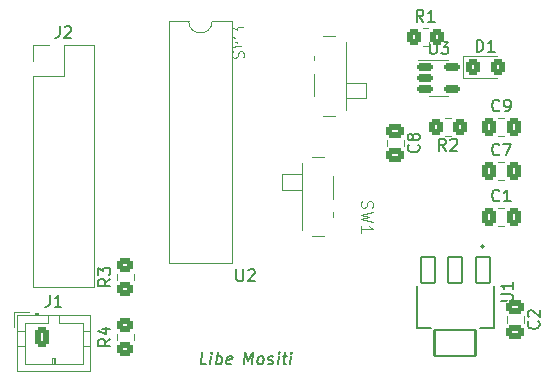
<source format=gbr>
%TF.GenerationSoftware,KiCad,Pcbnew,(7.0.0)*%
%TF.CreationDate,2024-04-03T23:31:09+02:00*%
%TF.ProjectId,p0wer EE3088,70307765-7220-4454-9533-3038382e6b69,rev?*%
%TF.SameCoordinates,Original*%
%TF.FileFunction,Legend,Top*%
%TF.FilePolarity,Positive*%
%FSLAX46Y46*%
G04 Gerber Fmt 4.6, Leading zero omitted, Abs format (unit mm)*
G04 Created by KiCad (PCBNEW (7.0.0)) date 2024-04-03 23:31:09*
%MOMM*%
%LPD*%
G01*
G04 APERTURE LIST*
G04 Aperture macros list*
%AMRoundRect*
0 Rectangle with rounded corners*
0 $1 Rounding radius*
0 $2 $3 $4 $5 $6 $7 $8 $9 X,Y pos of 4 corners*
0 Add a 4 corners polygon primitive as box body*
4,1,4,$2,$3,$4,$5,$6,$7,$8,$9,$2,$3,0*
0 Add four circle primitives for the rounded corners*
1,1,$1+$1,$2,$3*
1,1,$1+$1,$4,$5*
1,1,$1+$1,$6,$7*
1,1,$1+$1,$8,$9*
0 Add four rect primitives between the rounded corners*
20,1,$1+$1,$2,$3,$4,$5,0*
20,1,$1+$1,$4,$5,$6,$7,0*
20,1,$1+$1,$6,$7,$8,$9,0*
20,1,$1+$1,$8,$9,$2,$3,0*%
G04 Aperture macros list end*
%ADD10C,0.200000*%
%ADD11C,0.150000*%
%ADD12C,0.100000*%
%ADD13C,0.120000*%
%ADD14RoundRect,0.250000X-0.325000X-0.450000X0.325000X-0.450000X0.325000X0.450000X-0.325000X0.450000X0*%
%ADD15RoundRect,0.250000X0.450000X-0.350000X0.450000X0.350000X-0.450000X0.350000X-0.450000X-0.350000X0*%
%ADD16RoundRect,0.250000X0.350000X0.450000X-0.350000X0.450000X-0.350000X-0.450000X0.350000X-0.450000X0*%
%ADD17RoundRect,0.250000X-0.350000X-0.450000X0.350000X-0.450000X0.350000X0.450000X-0.350000X0.450000X0*%
%ADD18RoundRect,0.250000X-0.337500X-0.475000X0.337500X-0.475000X0.337500X0.475000X-0.337500X0.475000X0*%
%ADD19RoundRect,0.250000X-0.475000X0.337500X-0.475000X-0.337500X0.475000X-0.337500X0.475000X0.337500X0*%
%ADD20RoundRect,0.150000X-0.512500X-0.150000X0.512500X-0.150000X0.512500X0.150000X-0.512500X0.150000X0*%
%ADD21O,1.600000X1.600000*%
%ADD22R,1.600000X1.600000*%
%ADD23RoundRect,0.102000X-1.750000X1.100000X-1.750000X-1.100000X1.750000X-1.100000X1.750000X1.100000X0*%
%ADD24RoundRect,0.102000X-0.600000X1.100000X-0.600000X-1.100000X0.600000X-1.100000X0.600000X1.100000X0*%
%ADD25R,0.850000X0.750000*%
%ADD26R,1.400000X0.900000*%
%ADD27R,1.700000X1.700000*%
%ADD28O,1.700000X1.700000*%
%ADD29RoundRect,0.250000X-0.350000X-0.625000X0.350000X-0.625000X0.350000X0.625000X-0.350000X0.625000X0*%
%ADD30O,1.200000X1.750000*%
G04 APERTURE END LIST*
D10*
X126245953Y-63282380D02*
X125769762Y-63282380D01*
X125769762Y-63282380D02*
X125894762Y-62282380D01*
X126579286Y-63282380D02*
X126662619Y-62615714D01*
X126704286Y-62282380D02*
X126650715Y-62330000D01*
X126650715Y-62330000D02*
X126692381Y-62377619D01*
X126692381Y-62377619D02*
X126745953Y-62330000D01*
X126745953Y-62330000D02*
X126704286Y-62282380D01*
X126704286Y-62282380D02*
X126692381Y-62377619D01*
X127055476Y-63282380D02*
X127180476Y-62282380D01*
X127132857Y-62663333D02*
X127234048Y-62615714D01*
X127234048Y-62615714D02*
X127424524Y-62615714D01*
X127424524Y-62615714D02*
X127513809Y-62663333D01*
X127513809Y-62663333D02*
X127555476Y-62710952D01*
X127555476Y-62710952D02*
X127591190Y-62806190D01*
X127591190Y-62806190D02*
X127555476Y-63091904D01*
X127555476Y-63091904D02*
X127495952Y-63187142D01*
X127495952Y-63187142D02*
X127442381Y-63234761D01*
X127442381Y-63234761D02*
X127341190Y-63282380D01*
X127341190Y-63282380D02*
X127150714Y-63282380D01*
X127150714Y-63282380D02*
X127061429Y-63234761D01*
X128347143Y-63234761D02*
X128245952Y-63282380D01*
X128245952Y-63282380D02*
X128055476Y-63282380D01*
X128055476Y-63282380D02*
X127966191Y-63234761D01*
X127966191Y-63234761D02*
X127930476Y-63139523D01*
X127930476Y-63139523D02*
X127978095Y-62758571D01*
X127978095Y-62758571D02*
X128037619Y-62663333D01*
X128037619Y-62663333D02*
X128138810Y-62615714D01*
X128138810Y-62615714D02*
X128329286Y-62615714D01*
X128329286Y-62615714D02*
X128418571Y-62663333D01*
X128418571Y-62663333D02*
X128454286Y-62758571D01*
X128454286Y-62758571D02*
X128442381Y-62853809D01*
X128442381Y-62853809D02*
X127954286Y-62949047D01*
X129417381Y-63282380D02*
X129542381Y-62282380D01*
X129542381Y-62282380D02*
X129786429Y-62996666D01*
X129786429Y-62996666D02*
X130209048Y-62282380D01*
X130209048Y-62282380D02*
X130084048Y-63282380D01*
X130703095Y-63282380D02*
X130613810Y-63234761D01*
X130613810Y-63234761D02*
X130572143Y-63187142D01*
X130572143Y-63187142D02*
X130536429Y-63091904D01*
X130536429Y-63091904D02*
X130572143Y-62806190D01*
X130572143Y-62806190D02*
X130631667Y-62710952D01*
X130631667Y-62710952D02*
X130685238Y-62663333D01*
X130685238Y-62663333D02*
X130786429Y-62615714D01*
X130786429Y-62615714D02*
X130929286Y-62615714D01*
X130929286Y-62615714D02*
X131018571Y-62663333D01*
X131018571Y-62663333D02*
X131060238Y-62710952D01*
X131060238Y-62710952D02*
X131095952Y-62806190D01*
X131095952Y-62806190D02*
X131060238Y-63091904D01*
X131060238Y-63091904D02*
X131000714Y-63187142D01*
X131000714Y-63187142D02*
X130947143Y-63234761D01*
X130947143Y-63234761D02*
X130845952Y-63282380D01*
X130845952Y-63282380D02*
X130703095Y-63282380D01*
X131423333Y-63234761D02*
X131512619Y-63282380D01*
X131512619Y-63282380D02*
X131703095Y-63282380D01*
X131703095Y-63282380D02*
X131804286Y-63234761D01*
X131804286Y-63234761D02*
X131863810Y-63139523D01*
X131863810Y-63139523D02*
X131869762Y-63091904D01*
X131869762Y-63091904D02*
X131834048Y-62996666D01*
X131834048Y-62996666D02*
X131744762Y-62949047D01*
X131744762Y-62949047D02*
X131601905Y-62949047D01*
X131601905Y-62949047D02*
X131512619Y-62901428D01*
X131512619Y-62901428D02*
X131476905Y-62806190D01*
X131476905Y-62806190D02*
X131482857Y-62758571D01*
X131482857Y-62758571D02*
X131542381Y-62663333D01*
X131542381Y-62663333D02*
X131643572Y-62615714D01*
X131643572Y-62615714D02*
X131786429Y-62615714D01*
X131786429Y-62615714D02*
X131875714Y-62663333D01*
X132274524Y-63282380D02*
X132357857Y-62615714D01*
X132399524Y-62282380D02*
X132345953Y-62330000D01*
X132345953Y-62330000D02*
X132387619Y-62377619D01*
X132387619Y-62377619D02*
X132441191Y-62330000D01*
X132441191Y-62330000D02*
X132399524Y-62282380D01*
X132399524Y-62282380D02*
X132387619Y-62377619D01*
X132691190Y-62615714D02*
X133072143Y-62615714D01*
X132875714Y-62282380D02*
X132768571Y-63139523D01*
X132768571Y-63139523D02*
X132804286Y-63234761D01*
X132804286Y-63234761D02*
X132893571Y-63282380D01*
X132893571Y-63282380D02*
X132988809Y-63282380D01*
X133322143Y-63282380D02*
X133405476Y-62615714D01*
X133447143Y-62282380D02*
X133393572Y-62330000D01*
X133393572Y-62330000D02*
X133435238Y-62377619D01*
X133435238Y-62377619D02*
X133488810Y-62330000D01*
X133488810Y-62330000D02*
X133447143Y-62282380D01*
X133447143Y-62282380D02*
X133435238Y-62377619D01*
D11*
%TO.C,D1*%
X149121905Y-36817380D02*
X149121905Y-35817380D01*
X149121905Y-35817380D02*
X149360000Y-35817380D01*
X149360000Y-35817380D02*
X149502857Y-35865000D01*
X149502857Y-35865000D02*
X149598095Y-35960238D01*
X149598095Y-35960238D02*
X149645714Y-36055476D01*
X149645714Y-36055476D02*
X149693333Y-36245952D01*
X149693333Y-36245952D02*
X149693333Y-36388809D01*
X149693333Y-36388809D02*
X149645714Y-36579285D01*
X149645714Y-36579285D02*
X149598095Y-36674523D01*
X149598095Y-36674523D02*
X149502857Y-36769761D01*
X149502857Y-36769761D02*
X149360000Y-36817380D01*
X149360000Y-36817380D02*
X149121905Y-36817380D01*
X150645714Y-36817380D02*
X150074286Y-36817380D01*
X150360000Y-36817380D02*
X150360000Y-35817380D01*
X150360000Y-35817380D02*
X150264762Y-35960238D01*
X150264762Y-35960238D02*
X150169524Y-36055476D01*
X150169524Y-36055476D02*
X150074286Y-36103095D01*
%TO.C,R4*%
X118097380Y-61126666D02*
X117621190Y-61459999D01*
X118097380Y-61698094D02*
X117097380Y-61698094D01*
X117097380Y-61698094D02*
X117097380Y-61317142D01*
X117097380Y-61317142D02*
X117145000Y-61221904D01*
X117145000Y-61221904D02*
X117192619Y-61174285D01*
X117192619Y-61174285D02*
X117287857Y-61126666D01*
X117287857Y-61126666D02*
X117430714Y-61126666D01*
X117430714Y-61126666D02*
X117525952Y-61174285D01*
X117525952Y-61174285D02*
X117573571Y-61221904D01*
X117573571Y-61221904D02*
X117621190Y-61317142D01*
X117621190Y-61317142D02*
X117621190Y-61698094D01*
X117430714Y-60269523D02*
X118097380Y-60269523D01*
X117049761Y-60507618D02*
X117764047Y-60745713D01*
X117764047Y-60745713D02*
X117764047Y-60126666D01*
%TO.C,R3*%
X118097380Y-56046666D02*
X117621190Y-56379999D01*
X118097380Y-56618094D02*
X117097380Y-56618094D01*
X117097380Y-56618094D02*
X117097380Y-56237142D01*
X117097380Y-56237142D02*
X117145000Y-56141904D01*
X117145000Y-56141904D02*
X117192619Y-56094285D01*
X117192619Y-56094285D02*
X117287857Y-56046666D01*
X117287857Y-56046666D02*
X117430714Y-56046666D01*
X117430714Y-56046666D02*
X117525952Y-56094285D01*
X117525952Y-56094285D02*
X117573571Y-56141904D01*
X117573571Y-56141904D02*
X117621190Y-56237142D01*
X117621190Y-56237142D02*
X117621190Y-56618094D01*
X117097380Y-55713332D02*
X117097380Y-55094285D01*
X117097380Y-55094285D02*
X117478333Y-55427618D01*
X117478333Y-55427618D02*
X117478333Y-55284761D01*
X117478333Y-55284761D02*
X117525952Y-55189523D01*
X117525952Y-55189523D02*
X117573571Y-55141904D01*
X117573571Y-55141904D02*
X117668809Y-55094285D01*
X117668809Y-55094285D02*
X117906904Y-55094285D01*
X117906904Y-55094285D02*
X118002142Y-55141904D01*
X118002142Y-55141904D02*
X118049761Y-55189523D01*
X118049761Y-55189523D02*
X118097380Y-55284761D01*
X118097380Y-55284761D02*
X118097380Y-55570475D01*
X118097380Y-55570475D02*
X118049761Y-55665713D01*
X118049761Y-55665713D02*
X118002142Y-55713332D01*
%TO.C,R2*%
X146513333Y-45197380D02*
X146180000Y-44721190D01*
X145941905Y-45197380D02*
X145941905Y-44197380D01*
X145941905Y-44197380D02*
X146322857Y-44197380D01*
X146322857Y-44197380D02*
X146418095Y-44245000D01*
X146418095Y-44245000D02*
X146465714Y-44292619D01*
X146465714Y-44292619D02*
X146513333Y-44387857D01*
X146513333Y-44387857D02*
X146513333Y-44530714D01*
X146513333Y-44530714D02*
X146465714Y-44625952D01*
X146465714Y-44625952D02*
X146418095Y-44673571D01*
X146418095Y-44673571D02*
X146322857Y-44721190D01*
X146322857Y-44721190D02*
X145941905Y-44721190D01*
X146894286Y-44292619D02*
X146941905Y-44245000D01*
X146941905Y-44245000D02*
X147037143Y-44197380D01*
X147037143Y-44197380D02*
X147275238Y-44197380D01*
X147275238Y-44197380D02*
X147370476Y-44245000D01*
X147370476Y-44245000D02*
X147418095Y-44292619D01*
X147418095Y-44292619D02*
X147465714Y-44387857D01*
X147465714Y-44387857D02*
X147465714Y-44483095D01*
X147465714Y-44483095D02*
X147418095Y-44625952D01*
X147418095Y-44625952D02*
X146846667Y-45197380D01*
X146846667Y-45197380D02*
X147465714Y-45197380D01*
%TO.C,R1*%
X144613333Y-34277380D02*
X144280000Y-33801190D01*
X144041905Y-34277380D02*
X144041905Y-33277380D01*
X144041905Y-33277380D02*
X144422857Y-33277380D01*
X144422857Y-33277380D02*
X144518095Y-33325000D01*
X144518095Y-33325000D02*
X144565714Y-33372619D01*
X144565714Y-33372619D02*
X144613333Y-33467857D01*
X144613333Y-33467857D02*
X144613333Y-33610714D01*
X144613333Y-33610714D02*
X144565714Y-33705952D01*
X144565714Y-33705952D02*
X144518095Y-33753571D01*
X144518095Y-33753571D02*
X144422857Y-33801190D01*
X144422857Y-33801190D02*
X144041905Y-33801190D01*
X145565714Y-34277380D02*
X144994286Y-34277380D01*
X145280000Y-34277380D02*
X145280000Y-33277380D01*
X145280000Y-33277380D02*
X145184762Y-33420238D01*
X145184762Y-33420238D02*
X145089524Y-33515476D01*
X145089524Y-33515476D02*
X144994286Y-33563095D01*
%TO.C,C9*%
X151043333Y-41772142D02*
X150995714Y-41819761D01*
X150995714Y-41819761D02*
X150852857Y-41867380D01*
X150852857Y-41867380D02*
X150757619Y-41867380D01*
X150757619Y-41867380D02*
X150614762Y-41819761D01*
X150614762Y-41819761D02*
X150519524Y-41724523D01*
X150519524Y-41724523D02*
X150471905Y-41629285D01*
X150471905Y-41629285D02*
X150424286Y-41438809D01*
X150424286Y-41438809D02*
X150424286Y-41295952D01*
X150424286Y-41295952D02*
X150471905Y-41105476D01*
X150471905Y-41105476D02*
X150519524Y-41010238D01*
X150519524Y-41010238D02*
X150614762Y-40915000D01*
X150614762Y-40915000D02*
X150757619Y-40867380D01*
X150757619Y-40867380D02*
X150852857Y-40867380D01*
X150852857Y-40867380D02*
X150995714Y-40915000D01*
X150995714Y-40915000D02*
X151043333Y-40962619D01*
X151519524Y-41867380D02*
X151710000Y-41867380D01*
X151710000Y-41867380D02*
X151805238Y-41819761D01*
X151805238Y-41819761D02*
X151852857Y-41772142D01*
X151852857Y-41772142D02*
X151948095Y-41629285D01*
X151948095Y-41629285D02*
X151995714Y-41438809D01*
X151995714Y-41438809D02*
X151995714Y-41057857D01*
X151995714Y-41057857D02*
X151948095Y-40962619D01*
X151948095Y-40962619D02*
X151900476Y-40915000D01*
X151900476Y-40915000D02*
X151805238Y-40867380D01*
X151805238Y-40867380D02*
X151614762Y-40867380D01*
X151614762Y-40867380D02*
X151519524Y-40915000D01*
X151519524Y-40915000D02*
X151471905Y-40962619D01*
X151471905Y-40962619D02*
X151424286Y-41057857D01*
X151424286Y-41057857D02*
X151424286Y-41295952D01*
X151424286Y-41295952D02*
X151471905Y-41391190D01*
X151471905Y-41391190D02*
X151519524Y-41438809D01*
X151519524Y-41438809D02*
X151614762Y-41486428D01*
X151614762Y-41486428D02*
X151805238Y-41486428D01*
X151805238Y-41486428D02*
X151900476Y-41438809D01*
X151900476Y-41438809D02*
X151948095Y-41391190D01*
X151948095Y-41391190D02*
X151995714Y-41295952D01*
%TO.C,C8*%
X144192142Y-44696666D02*
X144239761Y-44744285D01*
X144239761Y-44744285D02*
X144287380Y-44887142D01*
X144287380Y-44887142D02*
X144287380Y-44982380D01*
X144287380Y-44982380D02*
X144239761Y-45125237D01*
X144239761Y-45125237D02*
X144144523Y-45220475D01*
X144144523Y-45220475D02*
X144049285Y-45268094D01*
X144049285Y-45268094D02*
X143858809Y-45315713D01*
X143858809Y-45315713D02*
X143715952Y-45315713D01*
X143715952Y-45315713D02*
X143525476Y-45268094D01*
X143525476Y-45268094D02*
X143430238Y-45220475D01*
X143430238Y-45220475D02*
X143335000Y-45125237D01*
X143335000Y-45125237D02*
X143287380Y-44982380D01*
X143287380Y-44982380D02*
X143287380Y-44887142D01*
X143287380Y-44887142D02*
X143335000Y-44744285D01*
X143335000Y-44744285D02*
X143382619Y-44696666D01*
X143715952Y-44125237D02*
X143668333Y-44220475D01*
X143668333Y-44220475D02*
X143620714Y-44268094D01*
X143620714Y-44268094D02*
X143525476Y-44315713D01*
X143525476Y-44315713D02*
X143477857Y-44315713D01*
X143477857Y-44315713D02*
X143382619Y-44268094D01*
X143382619Y-44268094D02*
X143335000Y-44220475D01*
X143335000Y-44220475D02*
X143287380Y-44125237D01*
X143287380Y-44125237D02*
X143287380Y-43934761D01*
X143287380Y-43934761D02*
X143335000Y-43839523D01*
X143335000Y-43839523D02*
X143382619Y-43791904D01*
X143382619Y-43791904D02*
X143477857Y-43744285D01*
X143477857Y-43744285D02*
X143525476Y-43744285D01*
X143525476Y-43744285D02*
X143620714Y-43791904D01*
X143620714Y-43791904D02*
X143668333Y-43839523D01*
X143668333Y-43839523D02*
X143715952Y-43934761D01*
X143715952Y-43934761D02*
X143715952Y-44125237D01*
X143715952Y-44125237D02*
X143763571Y-44220475D01*
X143763571Y-44220475D02*
X143811190Y-44268094D01*
X143811190Y-44268094D02*
X143906428Y-44315713D01*
X143906428Y-44315713D02*
X144096904Y-44315713D01*
X144096904Y-44315713D02*
X144192142Y-44268094D01*
X144192142Y-44268094D02*
X144239761Y-44220475D01*
X144239761Y-44220475D02*
X144287380Y-44125237D01*
X144287380Y-44125237D02*
X144287380Y-43934761D01*
X144287380Y-43934761D02*
X144239761Y-43839523D01*
X144239761Y-43839523D02*
X144192142Y-43791904D01*
X144192142Y-43791904D02*
X144096904Y-43744285D01*
X144096904Y-43744285D02*
X143906428Y-43744285D01*
X143906428Y-43744285D02*
X143811190Y-43791904D01*
X143811190Y-43791904D02*
X143763571Y-43839523D01*
X143763571Y-43839523D02*
X143715952Y-43934761D01*
%TO.C,C7*%
X151043333Y-45502142D02*
X150995714Y-45549761D01*
X150995714Y-45549761D02*
X150852857Y-45597380D01*
X150852857Y-45597380D02*
X150757619Y-45597380D01*
X150757619Y-45597380D02*
X150614762Y-45549761D01*
X150614762Y-45549761D02*
X150519524Y-45454523D01*
X150519524Y-45454523D02*
X150471905Y-45359285D01*
X150471905Y-45359285D02*
X150424286Y-45168809D01*
X150424286Y-45168809D02*
X150424286Y-45025952D01*
X150424286Y-45025952D02*
X150471905Y-44835476D01*
X150471905Y-44835476D02*
X150519524Y-44740238D01*
X150519524Y-44740238D02*
X150614762Y-44645000D01*
X150614762Y-44645000D02*
X150757619Y-44597380D01*
X150757619Y-44597380D02*
X150852857Y-44597380D01*
X150852857Y-44597380D02*
X150995714Y-44645000D01*
X150995714Y-44645000D02*
X151043333Y-44692619D01*
X151376667Y-44597380D02*
X152043333Y-44597380D01*
X152043333Y-44597380D02*
X151614762Y-45597380D01*
%TO.C,C2*%
X154352142Y-59651666D02*
X154399761Y-59699285D01*
X154399761Y-59699285D02*
X154447380Y-59842142D01*
X154447380Y-59842142D02*
X154447380Y-59937380D01*
X154447380Y-59937380D02*
X154399761Y-60080237D01*
X154399761Y-60080237D02*
X154304523Y-60175475D01*
X154304523Y-60175475D02*
X154209285Y-60223094D01*
X154209285Y-60223094D02*
X154018809Y-60270713D01*
X154018809Y-60270713D02*
X153875952Y-60270713D01*
X153875952Y-60270713D02*
X153685476Y-60223094D01*
X153685476Y-60223094D02*
X153590238Y-60175475D01*
X153590238Y-60175475D02*
X153495000Y-60080237D01*
X153495000Y-60080237D02*
X153447380Y-59937380D01*
X153447380Y-59937380D02*
X153447380Y-59842142D01*
X153447380Y-59842142D02*
X153495000Y-59699285D01*
X153495000Y-59699285D02*
X153542619Y-59651666D01*
X153542619Y-59270713D02*
X153495000Y-59223094D01*
X153495000Y-59223094D02*
X153447380Y-59127856D01*
X153447380Y-59127856D02*
X153447380Y-58889761D01*
X153447380Y-58889761D02*
X153495000Y-58794523D01*
X153495000Y-58794523D02*
X153542619Y-58746904D01*
X153542619Y-58746904D02*
X153637857Y-58699285D01*
X153637857Y-58699285D02*
X153733095Y-58699285D01*
X153733095Y-58699285D02*
X153875952Y-58746904D01*
X153875952Y-58746904D02*
X154447380Y-59318332D01*
X154447380Y-59318332D02*
X154447380Y-58699285D01*
%TO.C,C1*%
X151043333Y-49392142D02*
X150995714Y-49439761D01*
X150995714Y-49439761D02*
X150852857Y-49487380D01*
X150852857Y-49487380D02*
X150757619Y-49487380D01*
X150757619Y-49487380D02*
X150614762Y-49439761D01*
X150614762Y-49439761D02*
X150519524Y-49344523D01*
X150519524Y-49344523D02*
X150471905Y-49249285D01*
X150471905Y-49249285D02*
X150424286Y-49058809D01*
X150424286Y-49058809D02*
X150424286Y-48915952D01*
X150424286Y-48915952D02*
X150471905Y-48725476D01*
X150471905Y-48725476D02*
X150519524Y-48630238D01*
X150519524Y-48630238D02*
X150614762Y-48535000D01*
X150614762Y-48535000D02*
X150757619Y-48487380D01*
X150757619Y-48487380D02*
X150852857Y-48487380D01*
X150852857Y-48487380D02*
X150995714Y-48535000D01*
X150995714Y-48535000D02*
X151043333Y-48582619D01*
X151995714Y-49487380D02*
X151424286Y-49487380D01*
X151710000Y-49487380D02*
X151710000Y-48487380D01*
X151710000Y-48487380D02*
X151614762Y-48630238D01*
X151614762Y-48630238D02*
X151519524Y-48725476D01*
X151519524Y-48725476D02*
X151424286Y-48773095D01*
%TO.C,U3*%
X145155595Y-36017380D02*
X145155595Y-36826904D01*
X145155595Y-36826904D02*
X145203214Y-36922142D01*
X145203214Y-36922142D02*
X145250833Y-36969761D01*
X145250833Y-36969761D02*
X145346071Y-37017380D01*
X145346071Y-37017380D02*
X145536547Y-37017380D01*
X145536547Y-37017380D02*
X145631785Y-36969761D01*
X145631785Y-36969761D02*
X145679404Y-36922142D01*
X145679404Y-36922142D02*
X145727023Y-36826904D01*
X145727023Y-36826904D02*
X145727023Y-36017380D01*
X146107976Y-36017380D02*
X146727023Y-36017380D01*
X146727023Y-36017380D02*
X146393690Y-36398333D01*
X146393690Y-36398333D02*
X146536547Y-36398333D01*
X146536547Y-36398333D02*
X146631785Y-36445952D01*
X146631785Y-36445952D02*
X146679404Y-36493571D01*
X146679404Y-36493571D02*
X146727023Y-36588809D01*
X146727023Y-36588809D02*
X146727023Y-36826904D01*
X146727023Y-36826904D02*
X146679404Y-36922142D01*
X146679404Y-36922142D02*
X146631785Y-36969761D01*
X146631785Y-36969761D02*
X146536547Y-37017380D01*
X146536547Y-37017380D02*
X146250833Y-37017380D01*
X146250833Y-37017380D02*
X146155595Y-36969761D01*
X146155595Y-36969761D02*
X146107976Y-36922142D01*
%TO.C,U2*%
X128778095Y-55247380D02*
X128778095Y-56056904D01*
X128778095Y-56056904D02*
X128825714Y-56152142D01*
X128825714Y-56152142D02*
X128873333Y-56199761D01*
X128873333Y-56199761D02*
X128968571Y-56247380D01*
X128968571Y-56247380D02*
X129159047Y-56247380D01*
X129159047Y-56247380D02*
X129254285Y-56199761D01*
X129254285Y-56199761D02*
X129301904Y-56152142D01*
X129301904Y-56152142D02*
X129349523Y-56056904D01*
X129349523Y-56056904D02*
X129349523Y-55247380D01*
X129778095Y-55342619D02*
X129825714Y-55295000D01*
X129825714Y-55295000D02*
X129920952Y-55247380D01*
X129920952Y-55247380D02*
X130159047Y-55247380D01*
X130159047Y-55247380D02*
X130254285Y-55295000D01*
X130254285Y-55295000D02*
X130301904Y-55342619D01*
X130301904Y-55342619D02*
X130349523Y-55437857D01*
X130349523Y-55437857D02*
X130349523Y-55533095D01*
X130349523Y-55533095D02*
X130301904Y-55675952D01*
X130301904Y-55675952D02*
X129730476Y-56247380D01*
X129730476Y-56247380D02*
X130349523Y-56247380D01*
%TO.C,U1*%
X151172380Y-57906904D02*
X151981904Y-57906904D01*
X151981904Y-57906904D02*
X152077142Y-57859285D01*
X152077142Y-57859285D02*
X152124761Y-57811666D01*
X152124761Y-57811666D02*
X152172380Y-57716428D01*
X152172380Y-57716428D02*
X152172380Y-57525952D01*
X152172380Y-57525952D02*
X152124761Y-57430714D01*
X152124761Y-57430714D02*
X152077142Y-57383095D01*
X152077142Y-57383095D02*
X151981904Y-57335476D01*
X151981904Y-57335476D02*
X151172380Y-57335476D01*
X152172380Y-56335476D02*
X152172380Y-56906904D01*
X152172380Y-56621190D02*
X151172380Y-56621190D01*
X151172380Y-56621190D02*
X151315238Y-56716428D01*
X151315238Y-56716428D02*
X151410476Y-56811666D01*
X151410476Y-56811666D02*
X151458095Y-56906904D01*
D12*
%TO.C,SW3*%
X129359761Y-37353332D02*
X129407380Y-37210475D01*
X129407380Y-37210475D02*
X129407380Y-36972380D01*
X129407380Y-36972380D02*
X129359761Y-36877142D01*
X129359761Y-36877142D02*
X129312142Y-36829523D01*
X129312142Y-36829523D02*
X129216904Y-36781904D01*
X129216904Y-36781904D02*
X129121666Y-36781904D01*
X129121666Y-36781904D02*
X129026428Y-36829523D01*
X129026428Y-36829523D02*
X128978809Y-36877142D01*
X128978809Y-36877142D02*
X128931190Y-36972380D01*
X128931190Y-36972380D02*
X128883571Y-37162856D01*
X128883571Y-37162856D02*
X128835952Y-37258094D01*
X128835952Y-37258094D02*
X128788333Y-37305713D01*
X128788333Y-37305713D02*
X128693095Y-37353332D01*
X128693095Y-37353332D02*
X128597857Y-37353332D01*
X128597857Y-37353332D02*
X128502619Y-37305713D01*
X128502619Y-37305713D02*
X128455000Y-37258094D01*
X128455000Y-37258094D02*
X128407380Y-37162856D01*
X128407380Y-37162856D02*
X128407380Y-36924761D01*
X128407380Y-36924761D02*
X128455000Y-36781904D01*
X128407380Y-36448570D02*
X129407380Y-36210475D01*
X129407380Y-36210475D02*
X128693095Y-36019999D01*
X128693095Y-36019999D02*
X129407380Y-35829523D01*
X129407380Y-35829523D02*
X128407380Y-35591428D01*
X128407380Y-35305713D02*
X128407380Y-34686666D01*
X128407380Y-34686666D02*
X128788333Y-35019999D01*
X128788333Y-35019999D02*
X128788333Y-34877142D01*
X128788333Y-34877142D02*
X128835952Y-34781904D01*
X128835952Y-34781904D02*
X128883571Y-34734285D01*
X128883571Y-34734285D02*
X128978809Y-34686666D01*
X128978809Y-34686666D02*
X129216904Y-34686666D01*
X129216904Y-34686666D02*
X129312142Y-34734285D01*
X129312142Y-34734285D02*
X129359761Y-34781904D01*
X129359761Y-34781904D02*
X129407380Y-34877142D01*
X129407380Y-34877142D02*
X129407380Y-35162856D01*
X129407380Y-35162856D02*
X129359761Y-35258094D01*
X129359761Y-35258094D02*
X129312142Y-35305713D01*
%TO.C,SW1*%
X139380238Y-49466667D02*
X139332619Y-49609524D01*
X139332619Y-49609524D02*
X139332619Y-49847619D01*
X139332619Y-49847619D02*
X139380238Y-49942857D01*
X139380238Y-49942857D02*
X139427857Y-49990476D01*
X139427857Y-49990476D02*
X139523095Y-50038095D01*
X139523095Y-50038095D02*
X139618333Y-50038095D01*
X139618333Y-50038095D02*
X139713571Y-49990476D01*
X139713571Y-49990476D02*
X139761190Y-49942857D01*
X139761190Y-49942857D02*
X139808809Y-49847619D01*
X139808809Y-49847619D02*
X139856428Y-49657143D01*
X139856428Y-49657143D02*
X139904047Y-49561905D01*
X139904047Y-49561905D02*
X139951666Y-49514286D01*
X139951666Y-49514286D02*
X140046904Y-49466667D01*
X140046904Y-49466667D02*
X140142142Y-49466667D01*
X140142142Y-49466667D02*
X140237380Y-49514286D01*
X140237380Y-49514286D02*
X140285000Y-49561905D01*
X140285000Y-49561905D02*
X140332619Y-49657143D01*
X140332619Y-49657143D02*
X140332619Y-49895238D01*
X140332619Y-49895238D02*
X140285000Y-50038095D01*
X140332619Y-50371429D02*
X139332619Y-50609524D01*
X139332619Y-50609524D02*
X140046904Y-50800000D01*
X140046904Y-50800000D02*
X139332619Y-50990476D01*
X139332619Y-50990476D02*
X140332619Y-51228572D01*
X139332619Y-52133333D02*
X139332619Y-51561905D01*
X139332619Y-51847619D02*
X140332619Y-51847619D01*
X140332619Y-51847619D02*
X140189761Y-51752381D01*
X140189761Y-51752381D02*
X140094523Y-51657143D01*
X140094523Y-51657143D02*
X140046904Y-51561905D01*
D11*
%TO.C,J2*%
X113816666Y-34647380D02*
X113816666Y-35361666D01*
X113816666Y-35361666D02*
X113769047Y-35504523D01*
X113769047Y-35504523D02*
X113673809Y-35599761D01*
X113673809Y-35599761D02*
X113530952Y-35647380D01*
X113530952Y-35647380D02*
X113435714Y-35647380D01*
X114245238Y-34742619D02*
X114292857Y-34695000D01*
X114292857Y-34695000D02*
X114388095Y-34647380D01*
X114388095Y-34647380D02*
X114626190Y-34647380D01*
X114626190Y-34647380D02*
X114721428Y-34695000D01*
X114721428Y-34695000D02*
X114769047Y-34742619D01*
X114769047Y-34742619D02*
X114816666Y-34837857D01*
X114816666Y-34837857D02*
X114816666Y-34933095D01*
X114816666Y-34933095D02*
X114769047Y-35075952D01*
X114769047Y-35075952D02*
X114197619Y-35647380D01*
X114197619Y-35647380D02*
X114816666Y-35647380D01*
%TO.C,J1*%
X112966666Y-57427380D02*
X112966666Y-58141666D01*
X112966666Y-58141666D02*
X112919047Y-58284523D01*
X112919047Y-58284523D02*
X112823809Y-58379761D01*
X112823809Y-58379761D02*
X112680952Y-58427380D01*
X112680952Y-58427380D02*
X112585714Y-58427380D01*
X113966666Y-58427380D02*
X113395238Y-58427380D01*
X113680952Y-58427380D02*
X113680952Y-57427380D01*
X113680952Y-57427380D02*
X113585714Y-57570238D01*
X113585714Y-57570238D02*
X113490476Y-57665476D01*
X113490476Y-57665476D02*
X113395238Y-57713095D01*
D13*
%TO.C,D1*%
X148000000Y-39060000D02*
X150860000Y-39060000D01*
X150860000Y-37140000D02*
X148000000Y-37140000D01*
X148000000Y-37140000D02*
X148000000Y-39060000D01*
%TO.C,R4*%
X118645000Y-61187064D02*
X118645000Y-60732936D01*
X120115000Y-61187064D02*
X120115000Y-60732936D01*
%TO.C,R3*%
X118645000Y-56107064D02*
X118645000Y-55652936D01*
X120115000Y-56107064D02*
X120115000Y-55652936D01*
%TO.C,R2*%
X146907064Y-43915000D02*
X146452936Y-43915000D01*
X146907064Y-42445000D02*
X146452936Y-42445000D01*
%TO.C,R1*%
X144552936Y-34825000D02*
X145007064Y-34825000D01*
X144552936Y-36295000D02*
X145007064Y-36295000D01*
%TO.C,C9*%
X150948748Y-42445000D02*
X151471252Y-42445000D01*
X150948748Y-43915000D02*
X151471252Y-43915000D01*
%TO.C,C8*%
X142975000Y-44268748D02*
X142975000Y-44791252D01*
X141505000Y-44268748D02*
X141505000Y-44791252D01*
%TO.C,C7*%
X150948748Y-46175000D02*
X151471252Y-46175000D01*
X150948748Y-47645000D02*
X151471252Y-47645000D01*
%TO.C,C2*%
X153135000Y-59223748D02*
X153135000Y-59746252D01*
X151665000Y-59223748D02*
X151665000Y-59746252D01*
%TO.C,C1*%
X150948748Y-50065000D02*
X151471252Y-50065000D01*
X150948748Y-51535000D02*
X151471252Y-51535000D01*
%TO.C,U3*%
X145917500Y-40610000D02*
X146717500Y-40610000D01*
X145917500Y-37490000D02*
X146717500Y-37490000D01*
X145917500Y-37490000D02*
X144117500Y-37490000D01*
X145917500Y-40610000D02*
X145117500Y-40610000D01*
%TO.C,U2*%
X124730000Y-34230000D02*
G75*
G03*
X126730000Y-34230000I1000000J0D01*
G01*
X124730000Y-34230000D02*
X123080000Y-34230000D01*
X123080000Y-54670000D02*
X128380000Y-54670000D01*
X128380000Y-54670000D02*
X128380000Y-34230000D01*
X123080000Y-34230000D02*
X123080000Y-54670000D01*
X128380000Y-34230000D02*
X126730000Y-34230000D01*
D10*
%TO.C,U1*%
X149720000Y-53320000D02*
G75*
G03*
X149720000Y-53320000I-100000J0D01*
G01*
X144070000Y-60170000D02*
X144070000Y-56670000D01*
X150570000Y-56670000D02*
X150570000Y-60170000D01*
X145220000Y-60170000D02*
X144070000Y-60170000D01*
X150570000Y-60170000D02*
X149420000Y-60170000D01*
D12*
%TO.C,SW3*%
X136144000Y-35512000D02*
X137160000Y-35512000D01*
X138049000Y-36020000D02*
X138049000Y-41735000D01*
X135382000Y-37544000D02*
X135382000Y-37163000D01*
X139712500Y-39450000D02*
X138049000Y-39450000D01*
X135382000Y-40592000D02*
X135382000Y-38687000D01*
X139712500Y-40750000D02*
X139712500Y-39450000D01*
X139712500Y-40750000D02*
X138112500Y-40750000D01*
X137160000Y-42243000D02*
X136144000Y-42243000D01*
%TO.C,SW1*%
X136213000Y-52433000D02*
X135197000Y-52433000D01*
X134308000Y-51925000D02*
X134308000Y-46210000D01*
X136975000Y-50401000D02*
X136975000Y-50782000D01*
X132644500Y-48495000D02*
X134308000Y-48495000D01*
X136975000Y-47353000D02*
X136975000Y-49258000D01*
X132644500Y-47195000D02*
X132644500Y-48495000D01*
X132644500Y-47195000D02*
X134244500Y-47195000D01*
X135197000Y-45702000D02*
X136213000Y-45702000D01*
D13*
%TO.C,J2*%
X114150000Y-38880000D02*
X114150000Y-36280000D01*
X111550000Y-38880000D02*
X111550000Y-56720000D01*
X116750000Y-36280000D02*
X116750000Y-56720000D01*
X111550000Y-38880000D02*
X114150000Y-38880000D01*
X111550000Y-56720000D02*
X116750000Y-56720000D01*
X114150000Y-36280000D02*
X116750000Y-36280000D01*
X111550000Y-37610000D02*
X111550000Y-36280000D01*
X111550000Y-36280000D02*
X112880000Y-36280000D01*
%TO.C,J1*%
X111700000Y-58950000D02*
X111700000Y-59150000D01*
X110850000Y-63260000D02*
X115750000Y-63260000D01*
X115750000Y-63260000D02*
X115750000Y-59760000D01*
X110240000Y-61760000D02*
X110850000Y-61760000D01*
X113400000Y-62760000D02*
X113400000Y-63260000D01*
X112800000Y-59150000D02*
X112800000Y-59760000D01*
X110850000Y-59760000D02*
X110850000Y-63260000D01*
X112000000Y-59150000D02*
X112000000Y-58950000D01*
X110240000Y-59150000D02*
X110240000Y-63870000D01*
X116360000Y-59150000D02*
X110240000Y-59150000D01*
X112800000Y-59760000D02*
X110850000Y-59760000D01*
X116360000Y-61760000D02*
X115750000Y-61760000D01*
X115750000Y-59760000D02*
X113800000Y-59760000D01*
X110240000Y-60460000D02*
X110850000Y-60460000D01*
X113300000Y-63260000D02*
X113300000Y-62760000D01*
X113200000Y-62760000D02*
X113400000Y-62760000D01*
X116360000Y-63870000D02*
X116360000Y-59150000D01*
X112000000Y-59050000D02*
X111700000Y-59050000D01*
X113800000Y-59760000D02*
X113800000Y-59150000D01*
X109940000Y-58850000D02*
X109940000Y-60100000D01*
X111190000Y-58850000D02*
X109940000Y-58850000D01*
X110240000Y-63870000D02*
X116360000Y-63870000D01*
X116360000Y-60460000D02*
X115750000Y-60460000D01*
X112000000Y-58950000D02*
X111700000Y-58950000D01*
X113200000Y-63260000D02*
X113200000Y-62760000D01*
%TD*%
%LPC*%
D14*
%TO.C,D1*%
X148835000Y-38100000D03*
X150885000Y-38100000D03*
%TD*%
D15*
%TO.C,R4*%
X119380000Y-61960000D03*
X119380000Y-59960000D03*
%TD*%
%TO.C,R3*%
X119380000Y-56880000D03*
X119380000Y-54880000D03*
%TD*%
D16*
%TO.C,R2*%
X147680000Y-43180000D03*
X145680000Y-43180000D03*
%TD*%
D17*
%TO.C,R1*%
X143780000Y-35560000D03*
X145780000Y-35560000D03*
%TD*%
D18*
%TO.C,C9*%
X150172500Y-43180000D03*
X152247500Y-43180000D03*
%TD*%
D19*
%TO.C,C8*%
X142240000Y-43492500D03*
X142240000Y-45567500D03*
%TD*%
D18*
%TO.C,C7*%
X150172500Y-46910000D03*
X152247500Y-46910000D03*
%TD*%
D19*
%TO.C,C2*%
X152400000Y-58447500D03*
X152400000Y-60522500D03*
%TD*%
D18*
%TO.C,C1*%
X150172500Y-50800000D03*
X152247500Y-50800000D03*
%TD*%
D20*
%TO.C,U3*%
X147055000Y-38100000D03*
X147055000Y-40000000D03*
X144780000Y-40000000D03*
X144780000Y-39050000D03*
X144780000Y-38100000D03*
%TD*%
D21*
%TO.C,U2*%
X129539999Y-35559999D03*
X129539999Y-38099999D03*
X129539999Y-40639999D03*
X129539999Y-43179999D03*
X129539999Y-45719999D03*
X129539999Y-48259999D03*
X129539999Y-50799999D03*
X129539999Y-53339999D03*
X121919999Y-53339999D03*
X121919999Y-50799999D03*
X121919999Y-48259999D03*
X121919999Y-45719999D03*
X121919999Y-43179999D03*
X121919999Y-40639999D03*
X121919999Y-38099999D03*
D22*
X121919999Y-35559999D03*
%TD*%
D23*
%TO.C,U1*%
X147320000Y-61520000D03*
D24*
X145020000Y-55320000D03*
X147320000Y-55320000D03*
X149620000Y-55320000D03*
%TD*%
D25*
%TO.C,SW3*%
X137711999Y-35474999D03*
X135586999Y-35474999D03*
X137736999Y-42224999D03*
X135586999Y-42224999D03*
D26*
X134619999Y-36599999D03*
X134619999Y-38099999D03*
X134619999Y-41099999D03*
%TD*%
D25*
%TO.C,SW1*%
X134644999Y-52469999D03*
X136769999Y-52469999D03*
X134619999Y-45719999D03*
X136769999Y-45719999D03*
D26*
X137736999Y-51344999D03*
X137736999Y-49844999D03*
X137736999Y-46844999D03*
%TD*%
D27*
%TO.C,J2*%
X112879999Y-37609999D03*
D28*
X115419999Y-37609999D03*
X112879999Y-40149999D03*
X115419999Y-40149999D03*
X112879999Y-42689999D03*
X115419999Y-42689999D03*
X112879999Y-45229999D03*
X115419999Y-45229999D03*
X112879999Y-47769999D03*
X115419999Y-47769999D03*
X112879999Y-50309999D03*
X115419999Y-50309999D03*
X112879999Y-52849999D03*
X115419999Y-52849999D03*
X112879999Y-55389999D03*
X115419999Y-55389999D03*
%TD*%
D29*
%TO.C,J1*%
X112300000Y-60960000D03*
D30*
X114299999Y-60959999D03*
%TD*%
M02*

</source>
